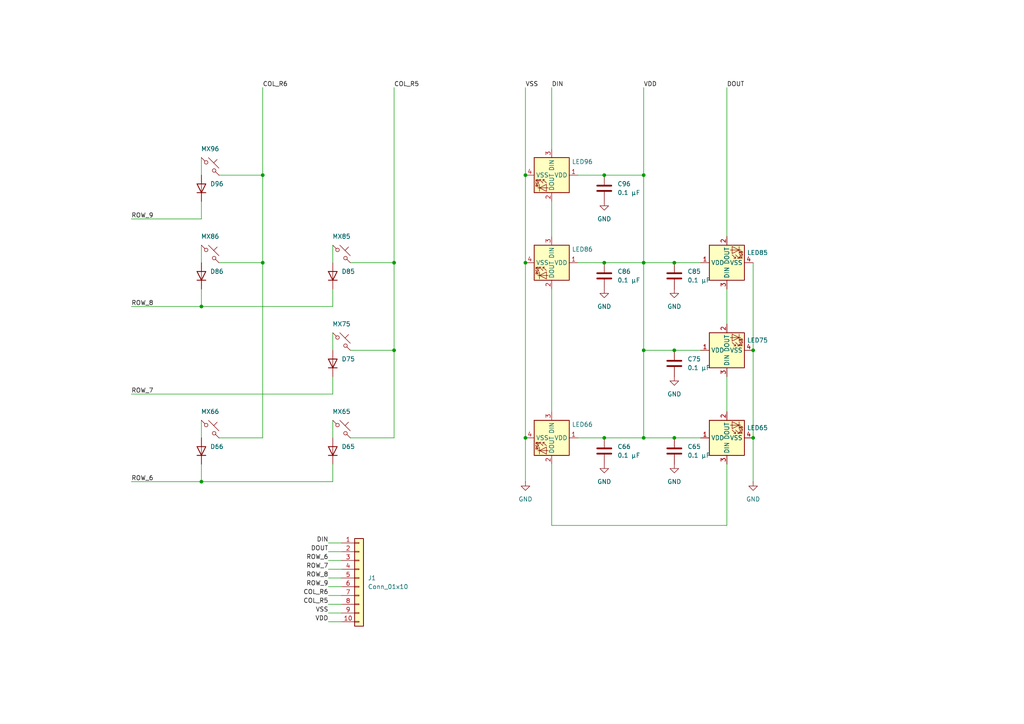
<source format=kicad_sch>
(kicad_sch (version 20250114) (generator "eeschema") (generator_version "9.0")
  (paper "A4")
  (lib_symbols
    (symbol "Connector_Generic:Conn_01x10" (pin_names (offset 1.016) (hide yes))
      (property "Reference" "J" (at 0 12.7 0))
      (property "Value" "Conn_01x10" (at 0 -15.24 0))
      (symbol "Conn_01x10_1_1"
        (rectangle (start -1.27 11.43) (end 1.27 -13.97) (stroke (width 0.254)) (fill (type background)))
        (rectangle (start -1.27 10.287) (end 0 10.033) (stroke (width 0.1524)))
        (rectangle (start -1.27 7.747) (end 0 7.493) (stroke (width 0.1524)))
        (rectangle (start -1.27 5.207) (end 0 4.953) (stroke (width 0.1524)))
        (rectangle (start -1.27 2.667) (end 0 2.413) (stroke (width 0.1524)))
        (rectangle (start -1.27 0.127) (end 0 -0.127) (stroke (width 0.1524)))
        (rectangle (start -1.27 -2.413) (end 0 -2.667) (stroke (width 0.1524)))
        (rectangle (start -1.27 -4.953) (end 0 -5.207) (stroke (width 0.1524)))
        (rectangle (start -1.27 -7.493) (end 0 -7.747) (stroke (width 0.1524)))
        (rectangle (start -1.27 -10.033) (end 0 -10.287) (stroke (width 0.1524)))
        (rectangle (start -1.27 -12.573) (end 0 -12.827) (stroke (width 0.1524)))
        (pin passive line (at -5.08 10.16 0) (length 3.81) (name "Pin_1") (number "1"))
        (pin passive line (at -5.08 7.62 0) (length 3.81) (name "Pin_2") (number "2"))
        (pin passive line (at -5.08 5.08 0) (length 3.81) (name "Pin_3") (number "3"))
        (pin passive line (at -5.08 2.54 0) (length 3.81) (name "Pin_4") (number "4"))
        (pin passive line (at -5.08 0 0) (length 3.81) (name "Pin_5") (number "5"))
        (pin passive line (at -5.08 -2.54 0) (length 3.81) (name "Pin_6") (number "6"))
        (pin passive line (at -5.08 -5.08 0) (length 3.81) (name "Pin_7") (number "7"))
        (pin passive line (at -5.08 -7.62 0) (length 3.81) (name "Pin_8") (number "8"))
        (pin passive line (at -5.08 -10.16 0) (length 3.81) (name "Pin_9") (number "9"))
        (pin passive line (at -5.08 -12.7 0) (length 3.81) (name "Pin_10") (number "10"))
      )
    )
    (symbol "Device:C" (pin_numbers (hide yes)) (pin_names (offset 0.254))
      (property "Reference" "C" (at 0.635 2.54 0))
      (property "Value" "C" (at 0.635 -2.54 0))
      (symbol "C_0_1"
        (polyline (pts (xy -2.032 0.762) (xy 2.032 0.762)) (stroke (width 0.508)))
        (polyline (pts (xy -2.032 -0.762) (xy 2.032 -0.762)) (stroke (width 0.508)))
      )
      (symbol "C_1_1"
        (pin passive line (at 0 3.81 270) (length 2.794) (name "~") (number "1"))
        (pin passive line (at 0 -3.81 90) (length 2.794) (name "~") (number "2"))
      )
    )
    (symbol "Device:D" (pin_numbers (hide yes)) (pin_names (offset 1.016) (hide yes))
      (property "Reference" "D" (at 0 2.54 0))
      (property "Value" "D" (at 0 -2.54 0))
      (symbol "D_0_1"
        (polyline (pts (xy -1.27 1.27) (xy -1.27 -1.27)) (stroke (width 0.254)))
        (polyline (pts (xy 1.27 1.27) (xy 1.27 -1.27) (xy -1.27 0) (xy 1.27 1.27)) (stroke (width 0.254)))
        (polyline (pts (xy 1.27 0) (xy -1.27 0)))
      )
      (symbol "D_1_1"
        (pin passive line (at -3.81 0 0) (length 2.54) (name "K") (number "1"))
        (pin passive line (at 3.81 0 180) (length 2.54) (name "A") (number "2"))
      )
    )
    (symbol "PCM_marbastlib-mx:MX_SK6812MINI-E"
      (property "Reference" "LED" (at 3.175 6.35 0))
      (property "Value" "MX_SK6812MINI-E" (at 10.16 -6.985 0))
      (symbol "MX_SK6812MINI-E_0_0"
        (text "RGB" (at 2.286 -4.191 0) (effects (font (size 0.762 0.762))))
      )
      (symbol "MX_SK6812MINI-E_0_1"
        (rectangle (start -5.08 5.08) (end 5.08 -5.08) (stroke (width 0.254)) (fill (type background)))
        (polyline (pts (xy 1.27 -2.54) (xy 1.778 -2.54)))
        (polyline (pts (xy 1.27 -3.556) (xy 1.778 -3.556)))
        (polyline (pts (xy 2.286 -1.524) (xy 1.27 -2.54) (xy 1.27 -2.032)))
        (polyline (pts (xy 2.286 -2.54) (xy 1.27 -3.556) (xy 1.27 -3.048)))
        (polyline (pts (xy 3.683 -1.016) (xy 3.683 -3.556) (xy 3.683 -4.064)))
        (polyline (pts (xy 4.699 -1.524) (xy 2.667 -1.524) (xy 3.683 -3.556) (xy 4.699 -1.524)))
        (polyline (pts (xy 4.699 -3.556) (xy 2.667 -3.556)))
      )
      (symbol "MX_SK6812MINI-E_1_1"
        (pin input line (at -7.62 0 0) (length 2.54) (name "DIN") (number "3"))
        (pin power_in line (at 0 7.62 270) (length 2.54) (name "VDD") (number "1"))
        (pin power_in line (at 0 -7.62 90) (length 2.54) (name "VSS") (number "4"))
        (pin output line (at 7.62 0 180) (length 2.54) (name "DOUT") (number "2"))
      )
    )
    (symbol "PCM_marbastlib-mx:MX_SW_HS_CPG151101S11" (pin_numbers (hide yes)) (pin_names (offset 1.016) (hide yes))
      (property "Reference" "MX" (at 3.048 1.016 0))
      (property "Value" "MX_SW_HS" (at 0 -3.81 0))
      (symbol "MX_SW_HS_CPG151101S11_0_1"
        (polyline (pts (xy -2.54 2.54) (xy -1.524 1.524) (xy -1.524 1.524)))
        (circle (center -1.1684 1.1684) (radius 0.508))
        (polyline (pts (xy -0.508 2.54) (xy 2.54 -0.508)))
        (polyline (pts (xy 1.016 1.016) (xy 2.032 2.032)))
        (circle (center 1.143 -1.1938) (radius 0.508))
        (polyline (pts (xy 1.524 -1.524) (xy 2.54 -2.54) (xy 2.54 -2.54) (xy 2.54 -2.54)))
        (pin passive line (at -2.54 2.54 0) (length 0) (name "1") (number "1"))
        (pin passive line (at 2.54 -2.54 180) (length 0) (name "2") (number "2"))
      )
    )
    (symbol "power:GND" (power) (pin_numbers (hide yes)) (pin_names (offset 0) (hide yes))
      (property "Value" "GND" (at 0 -3.81 0))
      (symbol "GND_0_1"
        (polyline (pts (xy 0 0) (xy 0 -1.27) (xy 1.27 -1.27) (xy 0 -2.54) (xy -1.27 -1.27) (xy 0 -1.27)))
      )
      (symbol "GND_1_1"
        (pin power_in line (at 0 0 270) (length 0) (name "~") (number "1"))
      )
    )
  )
  (junction (at 195.58 127))
  (junction (at 58.42 88.9))
  (junction (at 114.3 101.6))
  (junction (at 175.26 76.2))
  (junction (at 152.4 76.2))
  (junction (at 195.58 101.6))
  (junction (at 175.26 127))
  (junction (at 186.69 127))
  (junction (at 58.42 139.7))
  (junction (at 76.2 76.2))
  (junction (at 186.69 50.8))
  (junction (at 175.26 50.8))
  (junction (at 76.2 50.8))
  (junction (at 186.69 76.2))
  (junction (at 218.44 127))
  (junction (at 186.69 101.6))
  (junction (at 114.3 76.2))
  (junction (at 152.4 50.8))
  (junction (at 218.44 101.6))
  (junction (at 195.58 76.2))
  (junction (at 152.4 127))
  (wire (pts (xy 195.58 76.2) (xy 203.2 76.2)))
  (wire (pts (xy 58.42 121.92) (xy 58.42 127)))
  (wire (pts (xy 95.25 160.02) (xy 99.06 160.02)))
  (wire (pts (xy 218.44 76.2) (xy 218.44 101.6)))
  (wire (pts (xy 186.69 101.6) (xy 195.58 101.6)))
  (wire (pts (xy 95.25 162.56) (xy 99.06 162.56)))
  (wire (pts (xy 95.25 172.72) (xy 99.06 172.72)))
  (wire (pts (xy 160.02 152.4) (xy 210.82 152.4)))
  (wire (pts (xy 63.5 127) (xy 76.2 127)))
  (wire (pts (xy 195.58 101.6) (xy 203.2 101.6)))
  (wire (pts (xy 58.42 71.12) (xy 58.42 76.2)))
  (wire (pts (xy 160.02 25.4) (xy 160.02 43.18)))
  (wire (pts (xy 210.82 109.22) (xy 210.82 119.38)))
  (wire (pts (xy 96.52 134.62) (xy 96.52 139.7)))
  (wire (pts (xy 167.64 50.8) (xy 175.26 50.8)))
  (wire (pts (xy 114.3 25.4) (xy 114.3 76.2)))
  (wire (pts (xy 186.69 76.2) (xy 175.26 76.2)))
  (wire (pts (xy 152.4 127) (xy 152.4 139.7)))
  (wire (pts (xy 160.02 58.42) (xy 160.02 68.58)))
  (wire (pts (xy 58.42 63.5) (xy 58.42 58.42)))
  (wire (pts (xy 95.25 180.34) (xy 99.06 180.34)))
  (wire (pts (xy 186.69 25.4) (xy 186.69 50.8)))
  (wire (pts (xy 58.42 88.9) (xy 58.42 83.82)))
  (wire (pts (xy 58.42 45.72) (xy 58.42 50.8)))
  (wire (pts (xy 58.42 139.7) (xy 58.42 134.62)))
  (wire (pts (xy 195.58 127) (xy 203.2 127)))
  (wire (pts (xy 160.02 134.62) (xy 160.02 152.4)))
  (wire (pts (xy 96.52 114.3) (xy 96.52 109.22)))
  (wire (pts (xy 114.3 127) (xy 114.3 101.6)))
  (wire (pts (xy 96.52 88.9) (xy 58.42 88.9)))
  (wire (pts (xy 96.52 83.82) (xy 96.52 88.9)))
  (wire (pts (xy 76.2 25.4) (xy 76.2 50.8)))
  (wire (pts (xy 63.5 50.8) (xy 76.2 50.8)))
  (wire (pts (xy 210.82 25.4) (xy 210.82 68.58)))
  (wire (pts (xy 95.25 167.64) (xy 99.06 167.64)))
  (wire (pts (xy 76.2 50.8) (xy 76.2 76.2)))
  (wire (pts (xy 186.69 127) (xy 195.58 127)))
  (wire (pts (xy 186.69 101.6) (xy 186.69 76.2)))
  (wire (pts (xy 96.52 71.12) (xy 96.52 76.2)))
  (wire (pts (xy 167.64 127) (xy 175.26 127)))
  (wire (pts (xy 101.6 127) (xy 114.3 127)))
  (wire (pts (xy 96.52 121.92) (xy 96.52 127)))
  (wire (pts (xy 96.52 96.52) (xy 96.52 101.6)))
  (wire (pts (xy 152.4 25.4) (xy 152.4 50.8)))
  (wire (pts (xy 186.69 50.8) (xy 175.26 50.8)))
  (wire (pts (xy 114.3 101.6) (xy 101.6 101.6)))
  (wire (pts (xy 95.25 157.48) (xy 99.06 157.48)))
  (wire (pts (xy 76.2 127) (xy 76.2 76.2)))
  (wire (pts (xy 160.02 83.82) (xy 160.02 119.38)))
  (wire (pts (xy 76.2 76.2) (xy 63.5 76.2)))
  (wire (pts (xy 152.4 50.8) (xy 152.4 76.2)))
  (wire (pts (xy 95.25 165.1) (xy 99.06 165.1)))
  (wire (pts (xy 210.82 152.4) (xy 210.82 134.62)))
  (wire (pts (xy 186.69 127) (xy 186.69 101.6)))
  (wire (pts (xy 95.25 170.18) (xy 99.06 170.18)))
  (wire (pts (xy 218.44 127) (xy 218.44 139.7)))
  (wire (pts (xy 175.26 127) (xy 186.69 127)))
  (wire (pts (xy 95.25 177.8) (xy 99.06 177.8)))
  (wire (pts (xy 38.1 114.3) (xy 96.52 114.3)))
  (wire (pts (xy 114.3 76.2) (xy 114.3 101.6)))
  (wire (pts (xy 101.6 76.2) (xy 114.3 76.2)))
  (wire (pts (xy 218.44 101.6) (xy 218.44 127)))
  (wire (pts (xy 152.4 76.2) (xy 152.4 127)))
  (wire (pts (xy 210.82 83.82) (xy 210.82 93.98)))
  (wire (pts (xy 186.69 76.2) (xy 195.58 76.2)))
  (wire (pts (xy 38.1 139.7) (xy 58.42 139.7)))
  (wire (pts (xy 38.1 63.5) (xy 58.42 63.5)))
  (wire (pts (xy 96.52 139.7) (xy 58.42 139.7)))
  (wire (pts (xy 38.1 88.9) (xy 58.42 88.9)))
  (wire (pts (xy 167.64 76.2) (xy 175.26 76.2)))
  (wire (pts (xy 95.25 175.26) (xy 99.06 175.26)))
  (wire (pts (xy 186.69 76.2) (xy 186.69 50.8)))
  (label "VSS" (at 152.4 25.4 0))
  (label "ROW_6" (at 38.1 139.7 0))
  (label "VDD" (at 186.69 25.4 0))
  (label "ROW_7" (at 38.1 114.3 0))
  (label "ROW_6" (at 95.25 162.56 180))
  (label "COL_R6" (at 76.2 25.4 0))
  (label "ROW_9" (at 95.25 170.18 180))
  (label "COL_R5" (at 95.25 175.26 180))
  (label "ROW_7" (at 95.25 165.1 180))
  (label "ROW_8" (at 38.1 88.9 0))
  (label "COL_R6" (at 95.25 172.72 180))
  (label "DOUT" (at 95.25 160.02 180))
  (label "DOUT" (at 210.82 25.4 0))
  (label "DIN" (at 95.25 157.48 180))
  (label "ROW_9" (at 38.1 63.5 0))
  (label "ROW_8" (at 95.25 167.64 180))
  (label "DIN" (at 160.02 25.4 0))
  (label "VDD" (at 95.25 180.34 180))
  (label "COL_R5" (at 114.3 25.4 0))
  (label "VSS" (at 95.25 177.8 180))
  (symbol (lib_id "Device:C") (at 175.26 130.81 0) (unit 1)
    (property "Reference" "C66" (at 179.07 129.5399 0) (effects (justify left)))
    (property "Value" "0.1 µF" (at 179.07 132.0799 0) (effects (justify left)))
    (property "Footprint" "Capacitor_SMD:C_0805_2012Metric_Pad1.18x1.45mm_HandSolder" (effects (hide yes)))
    (property "Datasheet" "https://www.yageogroup.com/content/datasheet/asset/file/KEM_C1002_X7R_SMD" (effects (hide yes)))
    (property "Description" "Unpolarized capacitor" (effects (hide yes)))
  )
  (symbol (lib_id "Device:C") (at 195.58 80.01 0) (unit 1)
    (property "Reference" "C85" (at 199.39 78.7399 0) (effects (justify left)))
    (property "Value" "0.1 µF" (at 199.39 81.2799 0) (effects (justify left)))
    (property "Footprint" "Capacitor_SMD:C_0805_2012Metric_Pad1.18x1.45mm_HandSolder" (effects (hide yes)))
    (property "Datasheet" "https://www.yageogroup.com/content/datasheet/asset/file/KEM_C1002_X7R_SMD" (effects (hide yes)))
    (property "Description" "Unpolarized capacitor" (effects (hide yes)))
  )
  (symbol (lib_id "PCM_marbastlib-mx:MX_SK6812MINI-E") (at 160.02 127 270) (unit 1)
    (property "Reference" "LED66" (at 168.91 123.1198 90))
    (property "Value" "MX_SK6812MINI-E" (effects (hide yes)))
    (property "Footprint" "PCM_marbastlib-mx:LED_MX_6028R" (effects (hide yes)))
    (property "Description" "Reverse mount adressable LED (WS2812 protocol)" (effects (hide yes)))
  )
  (symbol (lib_id "Device:C") (at 175.26 54.61 0) (unit 1)
    (property "Reference" "C96" (at 179.07 53.3399 0) (effects (justify left)))
    (property "Value" "0.1 µF" (at 179.07 55.8799 0) (effects (justify left)))
    (property "Footprint" "Capacitor_SMD:C_0805_2012Metric_Pad1.18x1.45mm_HandSolder" (effects (hide yes)))
    (property "Datasheet" "https://www.yageogroup.com/content/datasheet/asset/file/KEM_C1002_X7R_SMD" (effects (hide yes)))
    (property "Description" "Unpolarized capacitor" (effects (hide yes)))
  )
  (symbol (lib_id "power:GND") (at 195.58 109.22 0) (unit 1)
    (property "Reference" "#PWR08" (effects (hide yes)))
    (property "Value" "GND" (at 195.58 114.3 0))
    (property "Description" "Power symbol creates a global label with name \"GND\" , ground" (effects (hide yes)))
  )
  (symbol (lib_id "Device:D") (at 96.52 105.41 90) (unit 1)
    (property "Reference" "D75" (at 99.06 104.1399 90) (effects (justify right)))
    (property "Value" "1N4148WL" (effects (hide yes)))
    (property "Footprint" "Diode_SMD:D_SOD-123F" (effects (hide yes)))
    (property "Datasheet" "https://mm.digikey.com/Volume0/opasdata/d220001/medias/docus/7158/5272_1N4148WL.pdf" (effects (hide yes)))
    (property "Description" "Diode" (effects (hide yes)))
    (property "Sim.Device" "D" (effects (hide yes)))
    (property "Sim.Pins" "1=K 2=A" (effects (hide yes)))
  )
  (symbol (lib_id "PCM_marbastlib-mx:MX_SK6812MINI-E") (at 160.02 50.8 270) (unit 1)
    (property "Reference" "LED96" (at 168.91 46.9198 90))
    (property "Value" "MX_SK6812MINI-E" (effects (hide yes)))
    (property "Footprint" "PCM_marbastlib-mx:LED_MX_6028R" (effects (hide yes)))
    (property "Description" "Reverse mount adressable LED (WS2812 protocol)" (effects (hide yes)))
  )
  (symbol (lib_id "PCM_marbastlib-mx:MX_SW_HS_CPG151101S11") (at 60.96 124.46 0) (unit 1)
    (property "Reference" "MX66" (at 60.96 119.38 0))
    (property "Value" "MX_SW_HS" (effects (hide yes)))
    (property "Footprint" "PCM_Switch_Keyboard_Cherry_MX:SW_Cherry_MX_PCB_1.00u" (effects (hide yes)))
    (property "Description" "Push button switch, normally open, two pins, 45° tilted, Kailh CPG151101S11 for Cherry MX style switches" (effects (hide yes)))
  )
  (symbol (lib_id "Connector_Generic:Conn_01x10") (at 104.14 167.64 0) (unit 1)
    (property "Reference" "J1" (at 106.68 167.6399 0) (effects (justify left)))
    (property "Value" "Conn_01x10" (at 106.68 170.1799 0) (effects (justify left)))
    (property "Footprint" "Connector_PinHeader_2.54mm:PinHeader_1x10_P2.54mm_Vertical" (effects (hide yes)))
    (property "Description" "Generic connector, single row, 01x10, script generated (kicad-library-utils/schlib/autogen/connector/)" (effects (hide yes)))
  )
  (symbol (lib_id "PCM_marbastlib-mx:MX_SK6812MINI-E") (at 210.82 127 90) (unit 1)
    (property "Reference" "LED65" (at 219.71 124.0946 90))
    (property "Value" "MX_SK6812MINI-E" (effects (hide yes)))
    (property "Footprint" "PCM_marbastlib-mx:LED_MX_6028R" (effects (hide yes)))
    (property "Description" "Reverse mount adressable LED (WS2812 protocol)" (effects (hide yes)))
  )
  (symbol (lib_id "power:GND") (at 175.26 83.82 0) (unit 1)
    (property "Reference" "#PWR03" (effects (hide yes)))
    (property "Value" "GND" (at 175.26 88.9 0))
    (property "Description" "Power symbol creates a global label with name \"GND\" , ground" (effects (hide yes)))
  )
  (symbol (lib_id "Device:D") (at 96.52 80.01 90) (unit 1)
    (property "Reference" "D85" (at 99.06 78.7399 90) (effects (justify right)))
    (property "Value" "1N4148WL" (effects (hide yes)))
    (property "Footprint" "Diode_SMD:D_SOD-123F" (effects (hide yes)))
    (property "Datasheet" "https://mm.digikey.com/Volume0/opasdata/d220001/medias/docus/7158/5272_1N4148WL.pdf" (effects (hide yes)))
    (property "Description" "Diode" (effects (hide yes)))
    (property "Sim.Device" "D" (effects (hide yes)))
    (property "Sim.Pins" "1=K 2=A" (effects (hide yes)))
  )
  (symbol (lib_id "PCM_marbastlib-mx:MX_SK6812MINI-E") (at 160.02 76.2 270) (unit 1)
    (property "Reference" "LED86" (at 168.91 72.3198 90))
    (property "Value" "MX_SK6812MINI-E" (effects (hide yes)))
    (property "Footprint" "PCM_marbastlib-mx:LED_MX_6028R" (effects (hide yes)))
    (property "Description" "Reverse mount adressable LED (WS2812 protocol)" (effects (hide yes)))
  )
  (symbol (lib_id "Device:D") (at 58.42 80.01 90) (unit 1)
    (property "Reference" "D86" (at 60.96 78.7399 90) (effects (justify right)))
    (property "Value" "1N4148WL" (effects (hide yes)))
    (property "Footprint" "Diode_SMD:D_SOD-123F" (effects (hide yes)))
    (property "Datasheet" "https://mm.digikey.com/Volume0/opasdata/d220001/medias/docus/7158/5272_1N4148WL.pdf" (effects (hide yes)))
    (property "Description" "Diode" (effects (hide yes)))
    (property "Sim.Device" "D" (effects (hide yes)))
    (property "Sim.Pins" "1=K 2=A" (effects (hide yes)))
  )
  (symbol (lib_id "Device:C") (at 195.58 130.81 0) (unit 1)
    (property "Reference" "C65" (at 199.39 129.5399 0) (effects (justify left)))
    (property "Value" "0.1 µF" (at 199.39 132.0799 0) (effects (justify left)))
    (property "Footprint" "Capacitor_SMD:C_0805_2012Metric_Pad1.18x1.45mm_HandSolder" (effects (hide yes)))
    (property "Datasheet" "https://www.yageogroup.com/content/datasheet/asset/file/KEM_C1002_X7R_SMD" (effects (hide yes)))
    (property "Description" "Unpolarized capacitor" (effects (hide yes)))
  )
  (symbol (lib_id "Device:C") (at 175.26 80.01 0) (unit 1)
    (property "Reference" "C86" (at 179.07 78.7399 0) (effects (justify left)))
    (property "Value" "0.1 µF" (at 179.07 81.2799 0) (effects (justify left)))
    (property "Footprint" "Capacitor_SMD:C_0805_2012Metric_Pad1.18x1.45mm_HandSolder" (effects (hide yes)))
    (property "Datasheet" "https://www.yageogroup.com/content/datasheet/asset/file/KEM_C1002_X7R_SMD" (effects (hide yes)))
    (property "Description" "Unpolarized capacitor" (effects (hide yes)))
  )
  (symbol (lib_id "power:GND") (at 195.58 134.62 0) (unit 1)
    (property "Reference" "#PWR07" (effects (hide yes)))
    (property "Value" "GND" (at 195.58 139.7 0))
    (property "Description" "Power symbol creates a global label with name \"GND\" , ground" (effects (hide yes)))
  )
  (symbol (lib_id "PCM_marbastlib-mx:MX_SW_HS_CPG151101S11") (at 99.06 99.06 0) (unit 1)
    (property "Reference" "MX75" (at 99.06 93.98 0))
    (property "Value" "MX_SW_HS" (effects (hide yes)))
    (property "Footprint" "PCM_Switch_Keyboard_Cherry_MX:SW_Cherry_MX_PCB_2.00u_90deg" (effects (hide yes)))
    (property "Description" "Push button switch, normally open, two pins, 45° tilted, Kailh CPG151101S11 for Cherry MX style switches" (effects (hide yes)))
  )
  (symbol (lib_id "PCM_marbastlib-mx:MX_SK6812MINI-E") (at 210.82 76.2 90) (unit 1)
    (property "Reference" "LED85" (at 219.71 73.2946 90))
    (property "Value" "MX_SK6812MINI-E" (effects (hide yes)))
    (property "Footprint" "PCM_marbastlib-mx:LED_MX_6028R" (effects (hide yes)))
    (property "Description" "Reverse mount adressable LED (WS2812 protocol)" (effects (hide yes)))
  )
  (symbol (lib_id "PCM_marbastlib-mx:MX_SW_HS_CPG151101S11") (at 99.06 124.46 0) (unit 1)
    (property "Reference" "MX65" (at 99.06 119.38 0))
    (property "Value" "MX_SW_HS" (effects (hide yes)))
    (property "Footprint" "PCM_Switch_Keyboard_Cherry_MX:SW_Cherry_MX_PCB_2.00u_90deg" (effects (hide yes)))
    (property "Description" "Push button switch, normally open, two pins, 45° tilted, Kailh CPG151101S11 for Cherry MX style switches" (effects (hide yes)))
  )
  (symbol (lib_id "power:GND") (at 195.58 83.82 0) (unit 1)
    (property "Reference" "#PWR04" (effects (hide yes)))
    (property "Value" "GND" (at 195.58 88.9 0))
    (property "Description" "Power symbol creates a global label with name \"GND\" , ground" (effects (hide yes)))
  )
  (symbol (lib_id "PCM_marbastlib-mx:MX_SW_HS_CPG151101S11") (at 60.96 48.26 0) (unit 1)
    (property "Reference" "MX96" (at 60.96 43.18 0))
    (property "Value" "MX_SW_HS" (effects (hide yes)))
    (property "Footprint" "PCM_Switch_Keyboard_Cherry_MX:SW_Cherry_MX_PCB_1.00u" (effects (hide yes)))
    (property "Description" "Push button switch, normally open, two pins, 45° tilted, Kailh CPG151101S11 for Cherry MX style switches" (effects (hide yes)))
  )
  (symbol (lib_id "PCM_marbastlib-mx:MX_SK6812MINI-E") (at 210.82 101.6 90) (unit 1)
    (property "Reference" "LED75" (at 219.71 98.6946 90))
    (property "Value" "MX_SK6812MINI-E" (effects (hide yes)))
    (property "Footprint" "PCM_marbastlib-mx:LED_MX_6028R" (effects (hide yes)))
    (property "Description" "Reverse mount adressable LED (WS2812 protocol)" (effects (hide yes)))
  )
  (symbol (lib_id "Device:C") (at 195.58 105.41 0) (unit 1)
    (property "Reference" "C75" (at 199.39 104.1399 0) (effects (justify left)))
    (property "Value" "0.1 µF" (at 199.39 106.6799 0) (effects (justify left)))
    (property "Footprint" "Capacitor_SMD:C_0805_2012Metric_Pad1.18x1.45mm_HandSolder" (effects (hide yes)))
    (property "Datasheet" "https://www.yageogroup.com/content/datasheet/asset/file/KEM_C1002_X7R_SMD" (effects (hide yes)))
    (property "Description" "Unpolarized capacitor" (effects (hide yes)))
  )
  (symbol (lib_id "Device:D") (at 58.42 54.61 90) (unit 1)
    (property "Reference" "D96" (at 60.96 53.3399 90) (effects (justify right)))
    (property "Value" "1N4148WL" (effects (hide yes)))
    (property "Footprint" "Diode_SMD:D_SOD-123F" (effects (hide yes)))
    (property "Datasheet" "https://mm.digikey.com/Volume0/opasdata/d220001/medias/docus/7158/5272_1N4148WL.pdf" (effects (hide yes)))
    (property "Description" "Diode" (effects (hide yes)))
    (property "Sim.Device" "D" (effects (hide yes)))
    (property "Sim.Pins" "1=K 2=A" (effects (hide yes)))
  )
  (symbol (lib_id "Device:D") (at 96.52 130.81 90) (unit 1)
    (property "Reference" "D65" (at 99.06 129.5399 90) (effects (justify right)))
    (property "Value" "1N4148WL" (effects (hide yes)))
    (property "Footprint" "Diode_SMD:D_SOD-123F" (effects (hide yes)))
    (property "Datasheet" "https://mm.digikey.com/Volume0/opasdata/d220001/medias/docus/7158/5272_1N4148WL.pdf" (effects (hide yes)))
    (property "Description" "Diode" (effects (hide yes)))
    (property "Sim.Device" "D" (effects (hide yes)))
    (property "Sim.Pins" "1=K 2=A" (effects (hide yes)))
  )
  (symbol (lib_id "power:GND") (at 152.4 139.7 0) (unit 1)
    (property "Reference" "#PWR02" (effects (hide yes)))
    (property "Value" "GND" (at 152.4 144.78 0))
    (property "Description" "Power symbol creates a global label with name \"GND\" , ground" (effects (hide yes)))
  )
  (symbol (lib_id "power:GND") (at 175.26 134.62 0) (unit 1)
    (property "Reference" "#PWR06" (effects (hide yes)))
    (property "Value" "GND" (at 175.26 139.7 0))
    (property "Description" "Power symbol creates a global label with name \"GND\" , ground" (effects (hide yes)))
  )
  (symbol (lib_id "PCM_marbastlib-mx:MX_SW_HS_CPG151101S11") (at 60.96 73.66 0) (unit 1)
    (property "Reference" "MX86" (at 60.96 68.58 0))
    (property "Value" "MX_SW_HS" (effects (hide yes)))
    (property "Footprint" "PCM_Switch_Keyboard_Cherry_MX:SW_Cherry_MX_PCB_1.00u" (effects (hide yes)))
    (property "Description" "Push button switch, normally open, two pins, 45° tilted, Kailh CPG151101S11 for Cherry MX style switches" (effects (hide yes)))
  )
  (symbol (lib_id "PCM_marbastlib-mx:MX_SW_HS_CPG151101S11") (at 99.06 73.66 0) (unit 1)
    (property "Reference" "MX85" (at 99.06 68.58 0))
    (property "Value" "MX_SW_HS" (effects (hide yes)))
    (property "Footprint" "PCM_Switch_Keyboard_Cherry_MX:SW_Cherry_MX_PCB_1.00u" (effects (hide yes)))
    (property "Description" "Push button switch, normally open, two pins, 45° tilted, Kailh CPG151101S11 for Cherry MX style switches" (effects (hide yes)))
  )
  (symbol (lib_id "power:GND") (at 175.26 58.42 0) (unit 1)
    (property "Reference" "#PWR05" (effects (hide yes)))
    (property "Value" "GND" (at 175.26 63.5 0))
    (property "Description" "Power symbol creates a global label with name \"GND\" , ground" (effects (hide yes)))
  )
  (symbol (lib_id "Device:D") (at 58.42 130.81 90) (unit 1)
    (property "Reference" "D66" (at 60.96 129.5399 90) (effects (justify right)))
    (property "Value" "1N4148WL" (effects (hide yes)))
    (property "Footprint" "Diode_SMD:D_SOD-123F" (effects (hide yes)))
    (property "Datasheet" "https://mm.digikey.com/Volume0/opasdata/d220001/medias/docus/7158/5272_1N4148WL.pdf" (effects (hide yes)))
    (property "Description" "Diode" (effects (hide yes)))
    (property "Sim.Device" "D" (effects (hide yes)))
    (property "Sim.Pins" "1=K 2=A" (effects (hide yes)))
  )
  (symbol (lib_id "power:GND") (at 218.44 139.7 0) (unit 1)
    (property "Reference" "#PWR01" (effects (hide yes)))
    (property "Value" "GND" (at 218.44 144.78 0))
    (property "Description" "Power symbol creates a global label with name \"GND\" , ground" (effects (hide yes)))
  )
)
</source>
